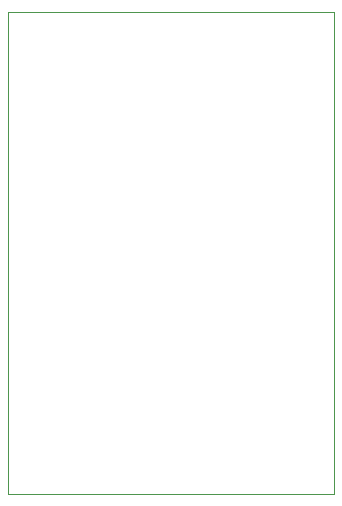
<source format=gbr>
%TF.GenerationSoftware,KiCad,Pcbnew,9.0.0*%
%TF.CreationDate,2025-09-05T21:38:02-05:00*%
%TF.ProjectId,RIOT_Receiver_ESP,52494f54-5f52-4656-9365-697665725f45,rev?*%
%TF.SameCoordinates,Original*%
%TF.FileFunction,Profile,NP*%
%FSLAX46Y46*%
G04 Gerber Fmt 4.6, Leading zero omitted, Abs format (unit mm)*
G04 Created by KiCad (PCBNEW 9.0.0) date 2025-09-05 21:38:02*
%MOMM*%
%LPD*%
G01*
G04 APERTURE LIST*
%TA.AperFunction,Profile*%
%ADD10C,0.050000*%
%TD*%
G04 APERTURE END LIST*
D10*
X151470000Y-77760000D02*
X179000000Y-77760000D01*
X179000000Y-118500000D01*
X151470000Y-118500000D01*
X151470000Y-77760000D01*
M02*

</source>
